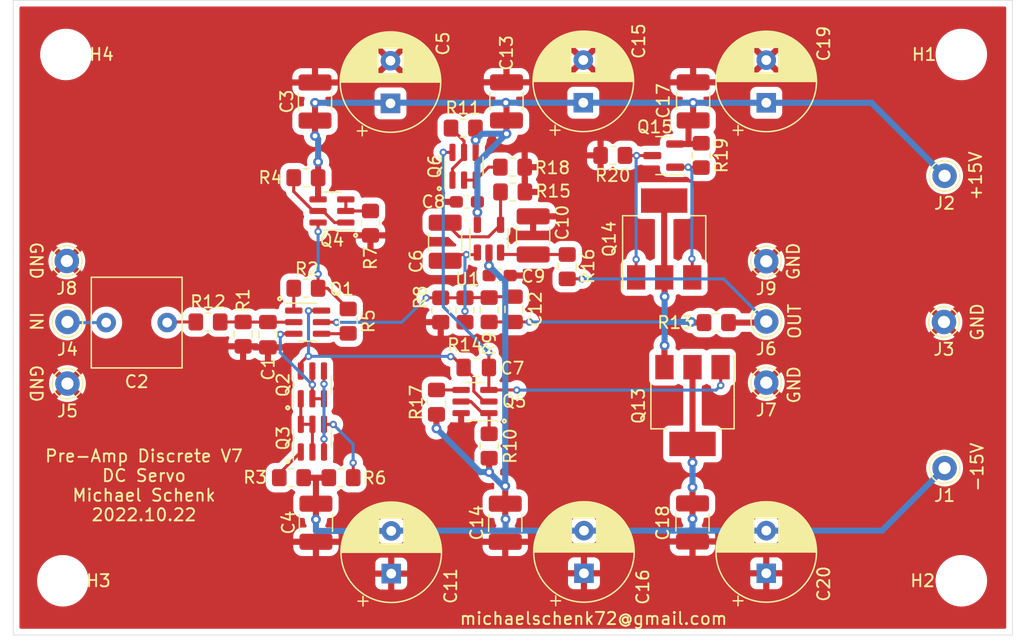
<source format=kicad_pcb>
(kicad_pcb (version 20211014) (generator pcbnew)
  (layers (0 "F.Cu" signal) (31 "B.Cu" signal) (34 "B.Paste" user) (35 "F.Paste" user) (36 "B.SilkS" user "B.Silkscreen") (37 "F.SilkS" user "F.Silkscreen") (38 "B.Mask" user) (39 "F.Mask" user) (44 "Edge.Cuts" user))
  (net 0 "")
  (net 1 "GND")
  (net 2 "+15V")
  (net 3 "Net-(C2-Pad2)")
  (net 4 "Net-(C2-Pad1)")
  (net 5 "-15V")
  (net 6 "Net-(C7-Pad1)")
  (net 7 "Net-(C10-Pad2)")
  (net 8 "Net-(C12-Pad2)")
  (net 9 "Net-(C12-Pad1)")
  (net 10 "Net-(C6-Pad2)")
  (net 11 "DCSERVO_OUT")
  (net 12 "DCSERVO_IN")
  (net 13 "Net-(R7-Pad1)")
  (net 14 "Net-(R4-Pad2)")
  (net 15 "Net-(R11-Pad2)")
  (net 16 "Net-(R2-Pad2)")
  (net 17 "Net-(Q2-Pad1)")
  (net 18 "Net-(Q14-Pad1)")
  (net 19 "Net-(Q14-Pad3)")
  (net 20 "Net-(Q2-Pad4)")
  (net 21 "Net-(R3-Pad1)")
  (net 22 "Net-(R6-Pad1)")
  (net 23 "Net-(R5-Pad2)")
  (net 24 "Net-(R2-Pad1)")
  (net 25 "Net-(R10-Pad1)")
  (net 26 "Net-(R17-Pad1)")
  (net 27 "Net-(R18-Pad1)")
  (net 28 "Net-(Q1-Pad2)")
  (net 29 "Net-(Q1-Pad3)")
  (net 30 "Net-(Q1-Pad6)")
  (footprint "Capacitor_THT:C_Rect_L7.2mm_W7.2mm_P5.00mm_FKS2_FKP2_MKS2_MKP2" (layer "F.Cu") (at 134.54 122.3264 180)
    (fp_text reference "C2")
    (fp_text value "2.2uF")
  )
  (footprint "MountingHole:MountingHole_3.2mm_M3" (layer "F.Cu") (at 125.984 143.51)
    (fp_text reference "H3")
    (fp_text value "MountingHole")
  )
  (footprint "Connector_Pin:Pin_D1.0mm_L10.0mm" (layer "F.Cu") (at 126.365 122.2756)
    (fp_text reference "J4")
    (fp_text value "Conn_01x01")
  )
  (footprint "Connector_Pin:Pin_D1.0mm_L10.0mm" (layer "F.Cu") (at 126.365 127.3302)
    (fp_text reference "J5")
    (fp_text value "Conn_01x01")
  )
  (footprint "Package_SO:SC-74-6_1.5x2.9mm_P0.95mm" (layer "F.Cu") (at 158.877 109.4994 90)
    (fp_text reference "Q6")
    (fp_text value "BCM857DS,115")
  )
  (footprint "Resistor_SMD:R_0805_2012Metric_Pad1.20x1.40mm_HandSolder" (layer "F.Cu") (at 140.7668 123.2756 -90)
    (fp_text reference "R1")
    (fp_text value "10k")
  )
  (footprint "Resistor_SMD:R_0805_2012Metric_Pad1.20x1.40mm_HandSolder" (layer "F.Cu") (at 145.9136 119.507 180)
    (fp_text reference "R2")
    (fp_text value "180R")
  )
  (footprint "Resistor_SMD:R_0805_2012Metric_Pad1.20x1.40mm_HandSolder" (layer "F.Cu") (at 144.7292 135.0518)
    (fp_text reference "R3")
    (fp_text value "220R")
  )
  (footprint "Resistor_SMD:R_0805_2012Metric_Pad1.20x1.40mm_HandSolder" (layer "F.Cu") (at 149.3774 122.2088 -90)
    (fp_text reference "R5")
    (fp_text value "180R")
  )
  (footprint "Resistor_SMD:R_0805_2012Metric_Pad1.20x1.40mm_HandSolder" (layer "F.Cu") (at 148.7932 135.0518 180)
    (fp_text reference "R6")
    (fp_text value "220R")
  )
  (footprint "Resistor_SMD:R_0805_2012Metric_Pad1.20x1.40mm_HandSolder" (layer "F.Cu") (at 160.9344 121.2756 90)
    (fp_text reference "R9")
    (fp_text value "22k")
  )
  (footprint "Resistor_SMD:R_0805_2012Metric_Pad1.20x1.40mm_HandSolder" (layer "F.Cu") (at 160.9344 132.4516 -90)
    (fp_text reference "R10")
    (fp_text value "1k")
  )
  (footprint "MountingHole:MountingHole_3.2mm_M3" (layer "F.Cu") (at 199.644 143.51)
    (fp_text reference "H2")
    (fp_text value "MountingHole")
  )
  (footprint "MountingHole:MountingHole_3.2mm_M3" (layer "F.Cu") (at 199.644 100.33)
    (fp_text reference "H1")
    (fp_text value "MountingHole")
  )
  (footprint "Resistor_SMD:R_0805_2012Metric_Pad1.20x1.40mm_HandSolder" (layer "F.Cu") (at 158.8102 106.3697 180)
    (fp_text reference "R11")
    (fp_text value "75R")
  )
  (footprint "MountingHole:MountingHole_3.2mm_M3" (layer "F.Cu") (at 126.238 100.33)
    (fp_text reference "H4")
    (fp_text value "MountingHole")
  )
  (footprint "Resistor_SMD:R_0805_2012Metric_Pad1.20x1.40mm_HandSolder" (layer "F.Cu") (at 156.9659 121.2944 -90)
    (fp_text reference "R8")
    (fp_text value "10k")
  )
  (footprint "Capacitor_SMD:C_0805_2012Metric_Pad1.18x1.45mm_HandSolder" (layer "F.Cu") (at 162.9664 121.2381 90)
    (fp_text reference "C12")
    (fp_text value "0pF")
  )
  (footprint "Connector_Pin:Pin_D1.0mm_L10.0mm" (layer "F.Cu") (at 183.652176 122.2375)
    (fp_text reference "J6")
    (fp_text value "Conn_01x01")
  )
  (footprint "Connector_Pin:Pin_D1.0mm_L10.0mm" (layer "F.Cu") (at 183.652176 127.254)
    (fp_text reference "J7")
    (fp_text value "Conn_01x01")
  )
  (footprint "Resistor_SMD:R_0805_2012Metric_Pad1.20x1.40mm_HandSolder" (layer "F.Cu") (at 179.553376 122.3264 180)
    (fp_text reference "R13")
    (fp_text value "47R")
  )
  (footprint "Capacitor_SMD:C_1210_3225Metric_Pad1.33x2.70mm_HandSolder" (layer "F.Cu") (at 157.3287 115.6931 90)
    (fp_text reference "C6")
    (fp_text value "1uF")
  )
  (footprint "Capacitor_SMD:C_0603_1608Metric_Pad1.08x0.95mm_HandSolder" (layer "F.Cu") (at 159.1078 112.4204)
    (fp_text reference "C8")
    (fp_text value "100nF")
  )
  (footprint "Capacitor_SMD:C_0603_1608Metric_Pad1.08x0.95mm_HandSolder" (layer "F.Cu") (at 161.798 118.4656 180)
    (fp_text reference "C9")
    (fp_text value "100nF")
  )
  (footprint "Capacitor_SMD:C_1210_3225Metric_Pad1.33x2.70mm_HandSolder" (layer "F.Cu") (at 164.5423 115.1759 -90)
    (fp_text reference "C10")
    (fp_text value "1uF")
  )
  (footprint "Connector_Pin:Pin_D1.0mm_L10.0mm" (layer "F.Cu") (at 198.2724 134.2644)
    (fp_text reference "J1")
    (fp_text value "Conn_01x01")
  )
  (footprint "Connector_Pin:Pin_D1.0mm_L10.0mm" (layer "F.Cu") (at 198.2724 110.2868)
    (fp_text reference "J2")
    (fp_text value "Conn_01x01")
  )
  (footprint "Connector_Pin:Pin_D1.0mm_L10.0mm" (layer "F.Cu") (at 198.2216 122.2756)
    (fp_text reference "J3")
    (fp_text value "Conn_01x01")
  )
  (footprint "Package_SO:SC-74-6_1.5x2.9mm_P0.95mm" (layer "F.Cu") (at 146.4462 131.8061 90)
    (fp_text reference "Q3")
    (fp_text value "BCM847DS,115")
  )
  (footprint "Package_SO:SC-74-6_1.5x2.9mm_P0.95mm" (layer "F.Cu") (at 148.0464 113.168655 180)
    (fp_text reference "Q4")
    (fp_text value "BCM857DS,115")
  )
  (footprint "Resistor_SMD:R_0805_2012Metric_Pad1.20x1.40mm_HandSolder" (layer "F.Cu") (at 145.9136 110.4392 180)
    (fp_text reference "R4")
    (fp_text value "150R")
  )
  (footprint "Resistor_SMD:R_0805_2012Metric_Pad1.20x1.40mm_HandSolder" (layer "F.Cu") (at 151.2062 114.170955 -90)
    (fp_text reference "R7")
    (fp_text value "10k")
  )
  (footprint "Resistor_SMD:R_0805_2012Metric_Pad1.20x1.40mm_HandSolder" (layer "F.Cu") (at 158.9532 121.2944 90)
    (fp_text reference "R14")
    (fp_text value "10k")
  )
  (footprint "Resistor_SMD:R_0805_2012Metric_Pad1.20x1.40mm_HandSolder" (layer "F.Cu") (at 162.8648 111.6076)
    (fp_text reference "R15")
    (fp_text value "100k")
  )
  (footprint "Resistor_SMD:R_0805_2012Metric_Pad1.20x1.40mm_HandSolder" (layer "F.Cu") (at 167.3352 117.7384 90)
    (fp_text reference "R16")
    (fp_text value "100k")
  )
  (footprint "Package_TO_SOT_SMD:TSOT-23-5" (layer "F.Cu") (at 160.9203 115.4411 90)
    (fp_text reference "U1")
    (fp_text value "OPA188xxDBV")
  )
  (footprint "Capacitor_SMD:C_0805_2012Metric_Pad1.18x1.45mm_HandSolder" (layer "F.Cu") (at 159.8809 126.0094 180)
    (fp_text reference "C7")
    (fp_text value "0pF")
  )
  (footprint "Package_SO:SC-74-6_1.5x2.9mm_P0.95mm" (layer "F.Cu") (at 146.0555 122.2908)
    (fp_text reference "Q1")
    (fp_text value "BCM857DS,115")
  )
  (footprint "Package_SO:SC-74-6_1.5x2.9mm_P0.95mm" (layer "F.Cu") (at 146.4412 127.4373 90)
    (fp_text reference "Q2")
    (fp_text value "BCM847DS,115")
  )
  (footprint "Package_SO:SC-74-6_1.5x2.9mm_P0.95mm" (layer "F.Cu") (at 159.7754 128.8034 180)
    (fp_text reference "Q5")
    (fp_text value "BCM847DS,115")
  )
  (footprint "Resistor_SMD:R_0805_2012Metric_Pad1.20x1.40mm_HandSolder" (layer "F.Cu") (at 171.069776 108.6104 180)
    (fp_text reference "R20")
    (fp_text value "10k")
  )
  (footprint "Package_TO_SOT_SMD:SOT-223-3_TabPin2" (layer "F.Cu") (at 175.284176 115.468 90)
    (fp_text reference "Q14")
    (fp_text value "DZT5401")
  )
  (footprint "Capacitor_THT:CP_Radial_D8.0mm_P3.50mm" (layer "F.Cu") (at 168.7068 142.8952 90)
    (fp_text reference "C16")
    (fp_text value "220uF")
  )
  (footprint "Capacitor_SMD:C_1210_3225Metric_Pad1.33x2.70mm_HandSolder" (layer "F.Cu") (at 177.657776 104.1785 -90)
    (fp_text reference "C17")
    (fp_text value "100nF")
  )
  (footprint "Resistor_SMD:R_0805_2012Metric_Pad1.20x1.40mm_HandSolder" (layer "F.Cu") (at 156.6164 128.8542 -90)
    (fp_text reference "R17")
    (fp_text value "56")
  )
  (footprint "Connector_Pin:Pin_D1.0mm_L10.0mm" (layer "F.Cu") (at 126.3142 117.2718)
    (fp_text reference "J8")
    (fp_text value "Conn_01x01")
  )
  (footprint "Capacitor_THT:CP_Radial_D8.0mm_P3.50mm" (layer "F.Cu") (at 152.846212 104.3432 90)
    (fp_text reference "C5")
    (fp_text value "220uF")
  )
  (footprint "Capacitor_SMD:C_1210_3225Metric_Pad1.33x2.70mm_HandSolder" (layer "F.Cu") (at 146.7358 138.7471 -90)
    (fp_text reference "C4")
    (fp_text value "100nF")
  )
  (footprint "Package_TO_SOT_SMD:SOT-23" (layer "F.Cu") (at 175.247076 108.6256 180)
    (fp_text reference "Q15")
    (fp_text value "BC860C")
  )
  (footprint "Resistor_SMD:R_0805_2012Metric_Pad1.20x1.40mm_HandSolder" (layer "F.Cu") (at 178.318176 108.6104 -90)
    (fp_text reference "R19")
    (fp_text value "40.2R")
  )
  (footprint "Capacitor_THT:CP_Radial_D8.0mm_P3.50mm" (layer "F.Cu") (at 183.652176 104.2924 90)
    (fp_text reference "C19")
    (fp_text value "220uF")
  )
  (footprint "Connector_Pin:Pin_D1.0mm_L10.0mm" (layer "F.Cu") (at 183.652176 117.2972)
    (fp_text reference "J9")
    (fp_text value "Conn_01x01")
  )
  (footprint "Capacitor_THT:CP_Radial_D8.0mm_P3.50mm" (layer "F.Cu") (at 168.654107 104.2872 90)
    (fp_text reference "C15")
    (fp_text value "220uF")
  )
  (footprint "Capacitor_SMD:C_1210_3225Metric_Pad1.33x2.70mm_HandSolder" (layer "F.Cu") (at 162.3568 104.1785 -90)
    (fp_text reference "C13")
    (fp_text value "100nF")
  )
  (footprint "Resistor_SMD:R_0805_2012Metric_Pad1.20x1.40mm_HandSolder" (layer "F.Cu") (at 162.8488 109.5756)
    (fp_text reference "R18")
    (fp_text value "10k")
  )
  (footprint "Capacitor_SMD:C_1210_3225Metric_Pad1.33x2.70mm_HandSolder" (layer "F.Cu") (at 146.6596 104.1908 -90)
    (fp_text reference "C3")
    (fp_text value "100nF")
  )
  (footprint "Resistor_SMD:R_0805_2012Metric_Pad1.20x1.40mm_HandSolder" (layer "F.Cu") (at 137.8872 122.2756)
    (fp_text reference "R12")
    (fp_text value "470R")
  )
  (footprint "Capacitor_SMD:C_1210_3225Metric_Pad1.33x2.70mm_HandSolder" (layer "F.Cu") (at 177.606976 138.7225 -90)
    (fp_text reference "C18")
    (fp_text value "100nF")
  )
  (footprint "Package_TO_SOT_SMD:SOT-223-3_TabPin2" (layer "F.Cu") (at 177.606976 129.134 -90)
    (fp_text reference "Q13")
    (fp_text value "DZT5401")
  )
  (footprint "Capacitor_SMD:C_1210_3225Metric_Pad1.33x2.70mm_HandSolder" (layer "F.Cu") (at 162.2552 138.7471 -90)
    (fp_text reference "C14")
    (fp_text value "100nF")
  )
  (footprint "Capacitor_SMD:C_0805_2012Metric_Pad1.18x1.45mm_HandSolder" (layer "F.Cu") (at 142.7988 123.3209 90)
    (fp_text reference "C1")
    (fp_text value "47p")
  )
  (footprint "Capacitor_THT:CP_Radial_D8.0mm_P3.50mm" (layer "F.Cu") (at 183.652176 142.8952 90)
    (fp_text reference "C20")
    (fp_text value "220uF")
  )
  (footprint "Capacitor_THT:CP_Radial_D8.0mm_P3.50mm" (layer "F.Cu") (at 152.908 142.9206 90)
    (fp_text reference "C11")
    (fp_text value "220uF")
  )
  (gr_line (start 203.835 95.885) (end 121.92 95.885) (layer "Edge.Cuts") (width 0.05))
  (gr_line (start 203.835 147.955) (end 203.835 95.885) (layer "Edge.Cuts") (width 0.05))
  (gr_line (start 121.92 95.885) (end 121.92 96.52) (layer "Edge.Cuts") (width 0.05))
  (gr_line (start 121.92 96.52) (end 121.92 147.955) (layer "Edge.Cuts") (width 0.05))
  (gr_line (start 121.92 147.955) (end 203.835 147.955) (layer "Edge.Cuts") (width 0.05))
  (gr_text "GND" (at 185.928 127.4318 90) (layer "F.SilkS") (effects (font (size 1 1))))
  (gr_text "OUT" (at 185.9788 122.2248 90) (layer "F.SilkS") (effects (font (size 1 1))))
  (gr_text "GND" (at 200.9521 122.2756 90) (layer "F.SilkS") (effects (font (size 1 1))))
  (gr_text "Pre-Amp Discrete V7\nDC Servo\nMichael Schenk\n2022.10.22" (at 132.6388 135.6868) (layer "F.SilkS") (effects (font (size 1 1))))
  (gr_text "michaelschenk72@gmail.com" (at 169.4942 146.6088) (layer "F.SilkS") (effects (font (size 1 1))))
  (gr_text "+15V" (at 200.8124 110.2868 90) (layer "F.SilkS") (effects (font (size 1 1))))
  (gr_text "°" (at 144.4244 129.7178) (layer "F.SilkS") (effects (font (size 1 1))))
  (gr_text "GND" (at 185.8772 117.2972 90) (layer "F.SilkS") (effects (font (size 1 1))))
  (gr_text "IN" (at 123.7996 122.2248 270) (layer "F.SilkS") (effects (font (size 1 1))))
  (gr_text "°" (at 144.4244 134.112) (layer "F.SilkS") (effects (font (size 1 1))))
  (gr_text "GND" (at 123.7996 117.2464 270) (layer "F.SilkS") (effects (font (size 1 1))))
  (gr_text "°" (at 156.845 111.7346) (layer "F.SilkS") (effects (font (size 1 1))))
  (gr_text "-15V" (at 200.9394 134.1882 90) (layer "F.SilkS") (effects (font (size 1 1))))
  (gr_text "°" (at 149.987 115.57) (layer "F.SilkS") (effects (font (size 1 1))))
  (gr_text "°" (at 143.764 120.777) (layer "F.SilkS") (effects (font (size 1 1))))
  (gr_text "°" (at 162.179 130.81) (layer "F.SilkS") (effects (font (size 1 1))))
  (gr_text "GND" (at 123.7996 127.3302 270) (layer "F.SilkS") (effects (font (size 1 1))))
  (segment (start 162.3568 105.741) (end 162.3568 104.3432) (width 0.5) (layer "F.Cu") (net 2))
  (segment (start 146.6596 104.2924) (end 146.6596 105.7533) (width 0.5) (layer "F.Cu") (net 2))
  (segment (start 162.3568 104.3432) (end 162.3008 104.2872) (width 0.5) (layer "F.Cu") (net 2))
  (segment (start 146.9136 110.4392) (end 146.9136 109.1438) (width 0.5) (layer "F.Cu") (net 2))
  (segment (start 146.9089 112.218655) (end 146.9089 110.4439) (width 0.5) (layer "F.Cu") (net 2))
  (segment (start 177.657776 105.741) (end 177.657776 104.2924) (width 0.5) (layer "F.Cu") (net 2))
  (segment (start 162.3568 105.741) (end 162.3568 106.8324) (width 0.5) (layer "F.Cu") (net 2))
  (segment (start 159.827 107.3556) (end 159.827 106.3865) (width 0.5) (layer "F.Cu") (net 2))
  (segment (start 177.281776 107.6756) (end 177.281776 106.117) (width 0.5) (layer "F.Cu") (net 2))
  (segment (start 159.9703 114.3036) (end 159.9703 113.2829) (width 0.5) (layer "F.Cu") (net 2))
  (segment (start 159.827 106.3865) (end 159.8102 106.3697) (width 0.5) (layer "F.Cu") (net 2))
  (segment (start 146.9089 110.4439) (end 146.9136 110.4392) (width 0.5) (layer "F.Cu") (net 2))
  (segment (start 146.6596 107.0102) (end 146.6596 105.7533) (width 0.5) (layer "F.Cu") (net 2))
  (segment (start 159.827 108.3619) (end 159.827 107.3556) (width 0.5) (layer "F.Cu") (net 2))
  (segment (start 177.281776 107.6756) (end 178.252976 107.6756) (width 0.5) (layer "F.Cu") (net 2))
  (segment (start 159.9703 113.2829) (end 159.9703 112.4204) (width 0.5) (layer "F.Cu") (net 2))
  (segment (start 176.184576 107.6756) (end 177.281776 107.6756) (width 0.5) (layer "F.Cu") (net 2))
  (via (at 159.827 107.3556) (size 0.8) (drill 0.4) (layers "F.Cu" "B.Cu") (net 2))
  (via (at 146.6596 104.2924) (size 0.8) (drill 0.4) (layers "F.Cu" "B.Cu") (net 2))
  (via (at 146.6596 107.0102) (size 0.8) (drill 0.4) (layers "F.Cu" "B.Cu") (net 2))
  (via (at 159.9703 113.2829) (size 0.8) (drill 0.4) (layers "F.Cu" "B.Cu") (net 2))
  (via (at 162.3008 104.2872) (size 0.8) (drill 0.4) (layers "F.Cu" "B.Cu") (net 2))
  (via (at 162.3568 106.8324) (size 0.8) (drill 0.4) (layers "F.Cu" "B.Cu") (net 2))
  (via (at 177.657776 104.2924) (size 0.8) (drill 0.4) (layers "F.Cu" "B.Cu") (net 2))
  (via (at 146.9136 109.1438) (size 0.8) (drill 0.4) (layers "F.Cu" "B.Cu") (net 2))
  (segment (start 177.652576 104.2872) (end 168.654107 104.2872) (width 0.5) (layer "B.Cu") (net 2))
  (segment (start 177.657776 104.2924) (end 177.652576 104.2872) (width 0.5) (layer "B.Cu") (net 2))
  (segment (start 162.3008 104.2872) (end 150.5764 104.2872) (width 0.5) (layer "B.Cu") (net 2))
  (segment (start 168.654107 104.2872) (end 162.3008 104.2872) (width 0.5) (layer "B.Cu") (net 2))
  (segment (start 160.3502 106.8324) (end 159.827 107.3556) (width 0.5) (layer "B.Cu") (net 2))
  (segment (start 146.9136 107.2642) (end 146.6596 107.0102) (width 0.5) (layer "B.Cu") (net 2))
  (segment (start 159.9703 109.2189) (end 162.3568 106.8324) (width 0.5) (layer "B.Cu") (net 2))
  (segment (start 150.5764 104.2872) (end 150.5712 104.2924) (width 0.5) (layer "B.Cu") (net 2))
  (segment (start 150.5712 104.2924) (end 146.6596 104.2924) (width 0.5) (layer "B.Cu") (net 2))
  (segment (start 183.652176 104.2924) (end 177.657776 104.2924) (width 0.5) (layer "B.Cu") (net 2))
  (segment (start 162.3568 106.8324) (end 160.3502 106.8324) (width 0.5) (layer "B.Cu") (net 2))
  (segment (start 183.652176 104.2924) (end 192.278 104.2924) (width 0.5) (layer "B.Cu") (net 2))
  (segment (start 192.278 104.2924) (end 198.2724 110.2868) (width 0.5) (layer "B.Cu") (net 2))
  (segment (start 146.9136 109.1438) (end 146.9136 107.2642) (width 0.5) (layer "B.Cu") (net 2))
  (segment (start 159.9703 113.2829) (end 159.9703 109.2189) (width 0.5) (layer "B.Cu") (net 2))
  (segment (start 129.54 122.3264) (end 126.4158 122.3264) (width 0.25) (layer "B.Cu") (net 3))
  (segment (start 136.8872 122.2756) (end 134.5908 122.2756) (width 0.25) (layer "F.Cu") (net 4))
  (segment (start 146.7358 138.4808) (end 146.7358 137.1846) (width 0.5) (layer "F.Cu") (net 5))
  (segment (start 146.7358 135.0518) (end 145.7292 135.0518) (width 0.5) (layer "F.Cu") (net 5))
  (segment (start 160.9203 117.6669) (end 160.9203 118.4504) (width 0.5) (layer "F.Cu") (net 5))
  (segment (start 160.9344 133.4516) (end 160.9344 134.5946) (width 0.5) (layer "F.Cu") (net 5))
  (segment (start 177.606976 132.284) (end 177.606976 125.984) (width 0.5) (layer "F.Cu") (net 5))
  (segment (start 146.7358 137.1846) (end 146.7358 135.0518) (width 0.5) (layer "F.Cu") (net 5))
  (segment (start 177.606976 133.8072) (end 177.606976 132.284) (width 0.5) (layer "F.Cu") (net 5))
  (segment (start 162.2552 137.1846) (end 162.2552 138.43) (width 0.5) (layer "F.Cu") (net 5))
  (segment (start 160.9203 116.5786) (end 160.9203 117.6669) (width 0.5) (layer "F.Cu") (net 5))
  (segment (start 177.606976 137.16) (end 177.606976 138.43) (width 0.5) (layer "F.Cu") (net 5))
  (segment (start 147.7932 135.0518) (end 146.7358 135.0518) (width 0.5) (layer "F.Cu") (net 5))
  (segment (start 156.6164 129.8542) (end 156.6164 131.0132) (width 0.5) (layer "F.Cu") (net 5))
  (segment (start 177.606976 137.16) (end 177.606976 135.8392) (width 0.5) (layer "F.Cu") (net 5))
  (segment (start 162.2552 138.43) (end 162.2806 138.4554) (width 0.5) (layer "F.Cu") (net 5))
  (segment (start 162.2552 137.1846) (end 162.2552 135.7376) (width 0.5) (layer "F.Cu") (net 5))
  (via (at 162.2552 135.7376) (size 0.8) (drill 0.4) (layers "F.Cu" "B.Cu") (net 5))
  (via (at 177.606976 138.43) (size 0.8) (drill 0.4) (layers "F.Cu" "B.Cu") (net 5))
  (via (at 160.9203 117.6669) (size 0.8) (drill 0.4) (layers "F.Cu" "B.Cu") (net 5))
  (via (at 177.606976 135.8392) (size 0.8) (drill 0.4) (layers "F.Cu" "B.Cu") (net 5))
  (via (at 162.2806 138.4554) (size 0.8) (drill 0.4) (layers "F.Cu" "B.Cu") (net 5))
  (via (at 156.6164 131.0132) (size 0.8) (drill 0.4) (layers "F.Cu" "B.Cu") (net 5))
  (via (at 146.7358 138.4808) (size 0.8) (drill 0.4) (layers "F.Cu" "B.Cu") (net 5))
  (via (at 177.606976 133.8072) (size 0.8) (drill 0.4) (layers "F.Cu" "B.Cu") (net 5))
  (via (at 160.9344 134.5946) (size 0.8) (drill 0.4) (layers "F.Cu" "B.Cu") (net 5))
  (segment (start 177.606976 138.43) (end 177.606976 139.192) (width 0.5) (layer "B.Cu") (net 5))
  (segment (start 177.403776 139.3952) (end 168.7068 139.3952) (width 0.5) (layer "B.Cu") (net 5))
  (segment (start 183.652176 139.3952) (end 177.403776 139.3952) (width 0.5) (layer "B.Cu") (net 5))
  (segment (start 162.2552 119.0018) (end 160.9203 117.6669) (width 0.5) (layer "B.Cu") (net 5))
  (segment (start 168.7068 139.3952) (end 162.2806 139.3952) (width 0.5) (layer "B.Cu") (net 5))
  (segment (start 162.0774 135.7376) (end 160.9344 134.5946) (width 0.5) (layer "B.Cu") (net 5))
  (segment (start 162.2806 138.4554) (end 162.2806 139.3952) (width 0.5) (layer "B.Cu") (net 5))
  (segment (start 162.2552 135.7376) (end 162.0774 135.7376) (width 0.5) (layer "B.Cu") (net 5))
  (segment (start 193.1416 139.3952) (end 198.2724 134.2644) (width 0.5) (layer "B.Cu") (net 5))
  (segment (start 177.606976 139.192) (end 177.403776 139.3952) (width 0.5) (layer "B.Cu") (net 5))
  (segment (start 183.652176 139.3952) (end 193.1416 139.3952) (width 0.5) (layer "B.Cu") (net 5))
  (segment (start 177.606976 135.8392) (end 177.606976 133.8072) (width 0.5) (layer "B.Cu") (net 5))
  (segment (start 162.2806 139.3952) (end 152.9334 139.3952) (width 0.5) (layer "B.Cu") (net 5))
  (segment (start 146.7358 139.4206) (end 146.7358 138.4808) (width 0.5) (layer "B.Cu") (net 5))
  (segment (start 152.908 139.4206) (end 146.7358 139.4206) (width 0.5) (layer "B.Cu") (net 5))
  (segment (start 160.9344 134.5946) (end 160.1978 134.5946) (width 0.5) (layer "B.Cu") (net 5))
  (segment (start 162.2552 135.7376) (end 162.2552 119.0018) (width 0.5) (layer "B.Cu") (net 5))
  (segment (start 160.1978 134.5946) (end 156.6164 131.0132) (width 0.5) (layer "B.Cu") (net 5))
  (segment (start 160.9129 127.8534) (end 163.1848 127.8534) (width 0.25) (layer "F.Cu") (net 6))
  (segment (start 160.909 124.7648) (end 160.909 126) (width 0.25) (layer "F.Cu") (net 6))
  (segment (start 160.9129 126.0149) (end 160.9184 126.0094) (width 0.25) (layer "F.Cu") (net 6))
  (segment (start 163.1848 127.8534) (end 163.195 127.8636) (width 0.25) (layer "F.Cu") (net 6))
  (segment (start 160.909 126) (end 160.9184 126.0094) (width 0.25) (layer "F.Cu") (net 6))
  (segment (start 160.9129 127.8534) (end 160.9129 126.0149) (width 0.25) (layer "F.Cu") (net 6))
  (segment (start 179.918376 127.4826) (end 179.918376 125.9954) (width 0.25) (layer "F.Cu") (net 6))
  (segment (start 157.1807 108.3619) (end 157.1752 108.3564) (width 0.25) (layer "F.Cu") (net 6))
  (segment (start 157.927 108.3619) (end 157.1807 108.3619) (width 0.25) (layer "F.Cu") (net 6))
  (via (at 160.909 124.7648) (size 0.6) (drill 0.3) (layers "F.Cu" "B.Cu") (net 6))
  (via (at 179.918376 127.4826) (size 0.6) (drill 0.3) (layers "F.Cu" "B.Cu") (net 6))
  (via (at 157.1752 108.3564) (size 0.6) (drill 0.3) (layers "F.Cu" "B.Cu") (net 6))
  (via (at 163.195 127.8636) (size 0.6) (drill 0.3) (layers "F.Cu" "B.Cu") (net 6))
  (segment (start 157.1752 108.3564) (end 157.1752 121.031) (width 0.25) (layer "B.Cu") (net 6))
  (segment (start 179.537376 127.8636) (end 179.918376 127.4826) (width 0.25) (layer "B.Cu") (net 6))
  (segment (start 163.195 127.8636) (end 179.537376 127.8636) (width 0.25) (layer "B.Cu") (net 6))
  (segment (start 157.1752 121.031) (end 160.909 124.7648) (width 0.25) (layer "B.Cu") (net 6))
  (segment (start 167.3352 116.7384) (end 164.5423 116.7384) (width 0.25) (layer "F.Cu") (net 7))
  (segment (start 164.5423 116.7384) (end 161.883 116.7384) (width 0.25) (layer "F.Cu") (net 7))
  (segment (start 162.9664 120.2006) (end 161.0094 120.2006) (width 0.25) (layer "F.Cu") (net 8))
  (segment (start 148.403535 122.2908) (end 148.41995 122.307215) (width 0.25) (layer "F.Cu") (net 8))
  (segment (start 155.7782 120.2944) (end 156.9659 120.2944) (width 0.25) (layer "F.Cu") (net 8))
  (segment (start 160.9344 120.2756) (end 158.972 120.2756) (width 0.25) (layer "F.Cu") (net 8))
  (segment (start 158.9532 120.2944) (end 156.9659 120.2944) (width 0.25) (layer "F.Cu") (net 8))
  (segment (start 147.193 122.2908) (end 148.403535 122.2908) (width 0.25) (layer "F.Cu") (net 8))
  (via (at 155.7782 120.2944) (size 0.6) (drill 0.3) (layers "F.Cu" "B.Cu") (net 8))
  (via (at 148.41995 122.307215) (size 0.6) (drill 0.3) (layers "F.Cu" "B.Cu") (net 8))
  (segment (start 148.41995 122.307215) (end 153.765385 122.307215) (width 0.25) (layer "B.Cu") (net 8))
  (segment (start 153.765385 122.307215) (end 155.7782 120.2944) (width 0.25) (layer "B.Cu") (net 8))
  (segment (start 175.306976 125.984) (end 175.306976 124.22) (width 0.5) (layer "F.Cu") (net 9))
  (segment (start 177.556176 122.3264) (end 177.505376 122.2756) (width 0.5) (layer "F.Cu") (net 9))
  (segment (start 162.9664 122.2756) (end 160.9344 122.2756) (width 0.25) (layer "F.Cu") (net 9))
  (segment (start 162.9664 122.2756) (end 164.2364 122.2756) (width 0.25) (layer "F.Cu") (net 9))
  (segment (start 175.306976 124.22) (end 175.320976 124.206) (width 0.5) (layer "F.Cu") (net 9))
  (segment (start 175.284176 118.618) (end 175.284176 112.318) (width 0.5) (layer "F.Cu") (net 9))
  (segment (start 178.553376 122.3264) (end 177.556176 122.3264) (width 0.5) (layer "F.Cu") (net 9))
  (segment (start 175.320976 120.1928) (end 175.320976 118.6548) (width 0.5) (layer "F.Cu") (net 9))
  (via (at 175.320976 120.1928) (size 0.8) (drill 0.4) (layers "F.Cu" "B.Cu") (net 9))
  (via (at 175.320976 124.206) (size 0.8) (drill 0.4) (layers "F.Cu" "B.Cu") (net 9))
  (via (at 164.2364 122.2756) (size 0.6) (drill 0.3) (layers "F.Cu" "B.Cu") (net 9))
  (via (at 177.505376 122.2756) (size 0.8) (drill 0.4) (layers "F.Cu" "B.Cu") (net 9))
  (segment (start 175.320976 124.206) (end 175.320976 122.3772) (width 0.5) (layer "B.Cu") (net 9))
  (segment (start 175.320976 122.3772) (end 175.320976 120.1928) (width 0.5) (layer "B.Cu") (net 9))
  (segment (start 175.422576 122.2756) (end 175.320976 122.3772) (width 0.5) (layer "B.Cu") (net 9))
  (segment (start 177.505376 122.2756) (end 175.422576 122.2756) (width 0.5) (layer "B.Cu") (net 9))
  (segment (start 164.2364 122.2756) (end 175.422576 122.2756) (width 0.25) (layer "B.Cu") (net 9))
  (segment (start 161.8703 114.3036) (end 161.8703 111.6131) (width 0.25) (layer "F.Cu") (net 10))
  (segment (start 161.8703 114.3036) (end 160.8828 115.2911) (width 0.25) (layer "F.Cu") (net 10))
  (segment (start 158.4892 115.2911) (end 157.3287 114.1306) (width 0.25) (layer "F.Cu") (net 10))
  (segment (start 160.8828 115.2911) (end 158.4892 115.2911) (width 0.25) (layer "F.Cu") (net 10))
  (segment (start 159.0686 116.7511) (end 157.8332 116.7511) (width 0.25) (layer "F.Cu") (net 11))
  (segment (start 158.9532 122.2944) (end 158.9532 121.3939) (width 0.25) (layer "F.Cu") (net 11))
  (segment (start 159.9703 116.7511) (end 159.0686 116.7511) (width 0.25) (layer "F.Cu") (net 11))
  (via (at 159.0686 116.7511) (size 0.6) (drill 0.3) (layers "F.Cu" "B.Cu") (net 11))
  (via (at 158.9532 121.3939) (size 0.6) (drill 0.3) (layers "F.Cu" "B.Cu") (net 11))
  (segment (start 158.9532 121.3939) (end 158.9532 116.8665) (width 0.25) (layer "B.Cu") (net 11))
  (segment (start 158.9532 116.8665) (end 159.0686 116.7511) (width 0.25) (layer "B.Cu") (net 11))
  (segment (start 167.3352 118.7384) (end 168.5478 118.7384) (width 0.25) (layer "F.Cu") (net 12))
  (segment (start 180.553376 122.3264) (end 183.563276 122.3264) (width 0.5) (layer "F.Cu") (net 12))
  (segment (start 168.5478 118.7384) (end 168.5544 118.745) (width 0.25) (layer "F.Cu") (net 12))
  (via (at 168.5544 118.745) (size 0.6) (drill 0.3) (layers "F.Cu" "B.Cu") (net 12))
  (segment (start 180.159676 118.745) (end 183.652176 122.2375) (width 0.25) (layer "B.Cu") (net 12))
  (segment (start 168.5544 118.745) (end 180.159676 118.745) (width 0.25) (layer "B.Cu") (net 12))
  (segment (start 149.1862 113.170955) (end 149.1839 113.168655) (width 0.25) (layer "F.Cu") (net 13))
  (segment (start 149.1839 113.168655) (end 149.1839 112.218655) (width 0.25) (layer "F.Cu") (net 13))
  (segment (start 151.2062 113.170955) (end 149.1862 113.170955) (width 0.25) (layer "F.Cu") (net 13))
  (segment (start 146.9089 113.168655) (end 146.510004 113.168655) (width 0.25) (layer "F.Cu") (net 14))
  (segment (start 146.510004 113.168655) (end 144.9136 111.572251) (width 0.25) (layer "F.Cu") (net 14))
  (segment (start 147.307796 113.168655) (end 146.9089 113.168655) (width 0.25) (layer "F.Cu") (net 14))
  (segment (start 148.257796 114.118655) (end 147.307796 113.168655) (width 0.25) (layer "F.Cu") (net 14))
  (segment (start 149.1839 114.118655) (end 148.257796 114.118655) (width 0.25) (layer "F.Cu") (net 14))
  (segment (start 144.9136 111.572251) (end 144.9136 110.4392) (width 0.25) (layer "F.Cu") (net 14))
  (segment (start 158.877 108.3619) (end 158.877 107.4365) (width 0.25) (layer "F.Cu") (net 15))
  (segment (start 157.927 109.710796) (end 158.877 108.760796) (width 0.25) (layer "F.Cu") (net 15))
  (segment (start 158.877 107.4365) (end 157.8102 106.3697) (width 0.25) (layer "F.Cu") (net 15))
  (segment (start 158.877 108.760796) (end 158.877 108.3619) (width 0.25) (layer "F.Cu") (net 15))
  (segment (start 157.927 110.6369) (end 157.927 109.710796) (width 0.25) (layer "F.Cu") (net 15))
  (segment (start 144.918 121.3408) (end 144.918 119.5114) (width 0.25) (layer "F.Cu") (net 16))
  (segment (start 144.918 119.5114) (end 144.9136 119.507) (width 0.25) (layer "F.Cu") (net 16))
  (segment (start 146.4462 132.9436) (end 146.4462 130.6686) (width 0.25) (layer "F.Cu") (net 17))
  (segment (start 145.4962 128.5798) (end 145.4912 128.5748) (width 0.25) (layer "F.Cu") (net 17))
  (segment (start 146.4462 130.6686) (end 145.4962 130.6686) (width 0.25) (layer "F.Cu") (net 17))
  (segment (start 145.4962 130.6686) (end 145.4962 128.5798) (width 0.25) (layer "F.Cu") (net 17))
  (segment (start 172.984176 118.618) (end 172.984176 117.1448) (width 0.25) (layer "F.Cu") (net 18))
  (segment (start 173.019776 108.6256) (end 172.084976 108.6256) (width 0.25) (layer "F.Cu") (net 18))
  (segment (start 174.309576 108.6256) (end 173.019776 108.6256) (width 0.25) (layer "F.Cu") (net 18))
  (via (at 173.019776 108.6256) (size 0.6) (drill 0.3) (layers "F.Cu" "B.Cu") (net 18))
  (via (at 172.984176 117.1448) (size 0.6) (drill 0.3) (layers "F.Cu" "B.Cu") (net 18))
  (segment (start 172.984176 117.1448) (end 172.984176 108.6612) (width 0.25) (layer "B.Cu") (net 18))
  (segment (start 172.984176 108.6612) (end 173.019776 108.6256) (width 0.25) (layer "B.Cu") (net 18))
  (segment (start 177.584176 117.122) (end 177.556176 117.094) (width 0.25) (layer "F.Cu") (net 19))
  (segment (start 176.184576 109.5756) (end 177.251376 109.5756) (width 0.25) (layer "F.Cu") (net 19))
  (segment (start 177.584176 118.618) (end 177.584176 117.122) (width 0.25) (layer "F.Cu") (net 19))
  (segment (start 177.251376 109.5756) (end 178.283376 109.5756) (width 0.25) (layer "F.Cu") (net 19))
  (via (at 177.556176 117.094) (size 0.6) (drill 0.3) (layers "F.Cu" "B.Cu") (net 19))
  (via (at 177.251376 109.5756) (size 0.6) (drill 0.3) (layers "F.Cu" "B.Cu") (net 19))
  (segment (start 177.556176 117.094) (end 177.556176 109.8804) (width 0.25) (layer "B.Cu") (net 19))
  (segment (start 177.556176 109.8804) (end 177.251376 109.5756) (width 0.25) (layer "B.Cu") (net 19))
  (segment (start 147.3962 127.3628) (end 147.3962 126.3048) (width 0.25) (layer "F.Cu") (net 20))
  (segment (start 147.3962 132.9436) (end 147.3962 131.8806) (width 0.25) (layer "F.Cu") (net 20))
  (segment (start 147.3962 126.3048) (end 147.3912 126.2998) (width 0.25) (layer "F.Cu") (net 20))
  (via (at 147.3962 127.3628) (size 0.6) (drill 0.3) (layers "F.Cu" "B.Cu") (net 20))
  (via (at 147.3962 131.8806) (size 0.6) (drill 0.3) (layers "F.Cu" "B.Cu") (net 20))
  (segment (start 147.3962 131.8806) (end 147.3962 127.3628) (width 0.25) (layer "B.Cu") (net 20))
  (segment (start 143.7292 134.7106) (end 145.4962 132.9436) (width 0.25) (layer "F.Cu") (net 21))
  (segment (start 143.7292 135.0518) (end 143.7292 134.7106) (width 0.25) (layer "F.Cu") (net 21))
  (segment (start 149.7932 135.0518) (end 149.7932 133.842) (width 0.25) (layer "F.Cu") (net 22))
  (segment (start 149.7932 133.842) (end 149.7838 133.8326) (width 0.25) (layer "F.Cu") (net 22))
  (segment (start 148.1582 130.683) (end 147.4106 130.683) (width 0.25) (layer "F.Cu") (net 22))
  (segment (start 147.4106 130.683) (end 147.3962 130.6686) (width 0.25) (layer "F.Cu") (net 22))
  (via (at 148.1582 130.683) (size 0.6) (drill 0.3) (layers "F.Cu" "B.Cu") (net 22))
  (via (at 149.7838 133.8326) (size 0.6) (drill 0.3) (layers "F.Cu" "B.Cu") (net 22))
  (segment (start 148.1582 130.683) (end 149.7838 132.3086) (width 0.25) (layer "B.Cu") (net 22))
  (segment (start 149.7838 132.3086) (end 149.7838 133.8326) (width 0.25) (layer "B.Cu") (net 22))
  (segment (start 147.193 123.2408) (end 149.3454 123.2408) (width 0.25) (layer "F.Cu") (net 23))
  (segment (start 149.3454 123.2408) (end 149.3774 123.2088) (width 0.25) (layer "F.Cu") (net 23))
  (segment (start 146.9089 114.118655) (end 146.9089 114.8541) (width 0.25) (layer "F.Cu") (net 24))
  (segment (start 146.9136 118.3386) (end 146.9136 119.507) (width 0.25) (layer "F.Cu") (net 24))
  (segment (start 146.9089 114.8541) (end 146.9136 114.8588) (width 0.25) (layer "F.Cu") (net 24))
  (segment (start 146.9136 119.507) (end 147.6756 119.507) (width 0.25) (layer "F.Cu") (net 24))
  (segment (start 147.6756 119.507) (end 149.3774 121.2088) (width 0.25) (layer "F.Cu") (net 24))
  (via (at 146.9136 118.3386) (size 0.6) (drill 0.3) (layers "F.Cu" "B.Cu") (net 24))
  (via (at 146.9136 114.8588) (size 0.6) (drill 0.3) (layers "F.Cu" "B.Cu") (net 24))
  (segment (start 146.9136 114.8588) (end 146.9136 118.3386) (width 0.25) (layer "B.Cu") (net 24))
  (segment (start 159.4358 128.8034) (end 158.6379 128.8034) (width 0.25) (layer "F.Cu") (net 25))
  (segment (start 160.3858 129.7534) (end 159.4358 128.8034) (width 0.25) (layer "F.Cu") (net 25))
  (segment (start 160.9129 129.7534) (end 160.3858 129.7534) (width 0.25) (layer "F.Cu") (net 25))
  (segment (start 160.909 129.7573) (end 160.9129 129.7534) (width 0.25) (layer "F.Cu") (net 25))
  (segment (start 160.9344 129.7749) (end 160.9129 129.7534) (width 0.25) (layer "F.Cu") (net 25))
  (segment (start 160.9344 131.4516) (end 160.9344 129.7749) (width 0.25) (layer "F.Cu") (net 25))
  (segment (start 158.6379 127.8534) (end 156.6172 127.8534) (width 0.25) (layer "F.Cu") (net 26))
  (segment (start 156.6172 127.8534) (end 156.6164 127.8542) (width 0.25) (layer "F.Cu") (net 26))
  (segment (start 158.877 110.6369) (end 159.827 110.6369) (width 0.25) (layer "F.Cu") (net 27))
  (segment (start 161.8488 109.5756) (end 160.8883 109.5756) (width 0.25) (layer "F.Cu") (net 27))
  (segment (start 160.8883 109.5756) (end 159.827 110.6369) (width 0.25) (layer "F.Cu") (net 27))
  (segment (start 140.7668 122.2756) (end 138.8872 122.2756) (width 0.25) (layer "F.Cu") (net 28))
  (segment (start 142.8062 122.2908) (end 142.7988 122.2834) (width 0.25) (layer "F.Cu") (net 28))
  (segment (start 142.7988 122.2834) (end 140.7746 122.2834) (width 0.25) (layer "F.Cu") (net 28))
  (segment (start 144.918 122.2908) (end 142.8062 122.2908) (width 0.25) (layer "F.Cu") (net 28))
  (segment (start 146.4412 127.4216) (end 146.4412 126.2998) (width 0.25) (layer "F.Cu") (net 29))
  (segment (start 147.3912 128.5748) (end 146.4412 128.5748) (width 0.25) (layer "F.Cu") (net 29))
  (segment (start 146.4412 128.5748) (end 146.4412 127.4216) (width 0.25) (layer "F.Cu") (net 29))
  (segment (start 143.8656 123.2408) (end 143.8148 123.2916) (width 0.25) (layer "F.Cu") (net 29))
  (segment (start 144.918 123.2408) (end 143.8656 123.2408) (width 0.25) (layer "F.Cu") (net 29))
  (via (at 143.8148 123.2916) (size 0.6) (drill 0.3) (layers "F.Cu" "B.Cu") (net 29))
  (via (at 146.4412 127.4216) (size 0.6) (drill 0.3) (layers "F.Cu" "B.Cu") (net 29))
  (segment (start 146.4412 127.4216) (end 143.8148 124.7952) (width 0.25) (layer "B.Cu") (net 29))
  (segment (start 143.8148 124.7952) (end 143.8148 123.2916) (width 0.25) (layer "B.Cu") (net 29))
  (segment (start 157.7848 125.1204) (end 157.9544 125.1204) (width 0.25) (layer "F.Cu") (net 30))
  (segment (start 146.1262 125.095) (end 146.0246 125.095) (width 0.25) (layer "F.Cu") (net 30))
  (segment (start 159.6754 126.8414) (end 158.8434 126.0094) (width 0.25) (layer "F.Cu") (net 30))
  (segment (start 160.9129 128.8034) (end 160.514004 128.8034) (width 0.25) (layer "F.Cu") (net 30))
  (segment (start 160.514004 128.8034) (end 159.6754 127.964796) (width 0.25) (layer "F.Cu") (net 30))
  (segment (start 159.6754 127.964796) (end 159.6754 126.8414) (width 0.25) (layer "F.Cu") (net 30))
  (segment (start 157.9544 125.1204) (end 158.8434 126.0094) (width 0.25) (layer "F.Cu") (net 30))
  (segment (start 146.1504 121.3408) (end 146.13 121.3612) (width 0.25) (layer "F.Cu") (net 30))
  (segment (start 147.193 121.3408) (end 146.1504 121.3408) (width 0.25) (layer "F.Cu") (net 30))
  (segment (start 146.0246 125.095) (end 145.542 125.5776) (width 0.25) (layer "F.Cu") (net 30))
  (via (at 146.1262 125.095) (size 0.6) (drill 0.3) (layers "F.Cu" "B.Cu") (net 30))
  (via (at 157.7848 125.1204) (size 0.6) (drill 0.3) (layers "F.Cu" "B.Cu") (net 30))
  (via (at 146.13 121.3612) (size 0.6) (drill 0.3) (layers "F.Cu" "B.Cu") (net 30))
  (segment (start 157.7594 125.095) (end 157.7848 125.1204) (width 0.25) (layer "B.Cu") (net 30))
  (segment (start 146.1262 121.365) (end 146.1262 125.095) (width 0.25) (layer "B.Cu") (net 30))
  (segment (start 146.13 121.3612) (end 146.1262 121.365) (width 0.25) (layer "B.Cu") (net 30))
  (segment (start 146.1262 125.095) (end 157.7594 125.095) (width 0.25) (layer "B.Cu") (net 30))
  (zone (net 1) (net_name "GND") (layer "F.Cu") (connect_pads (clearance 0.508)) (min_thickness 0.254) (fill yes (thermal_gap 0.508) (thermal_bridge_width 0.508))
    (polygon (pts (xy 203.835 147.955) (xy 121.92 147.955) (xy 121.92 95.885) (xy 203.835 95.885)))
  )
)
</source>
